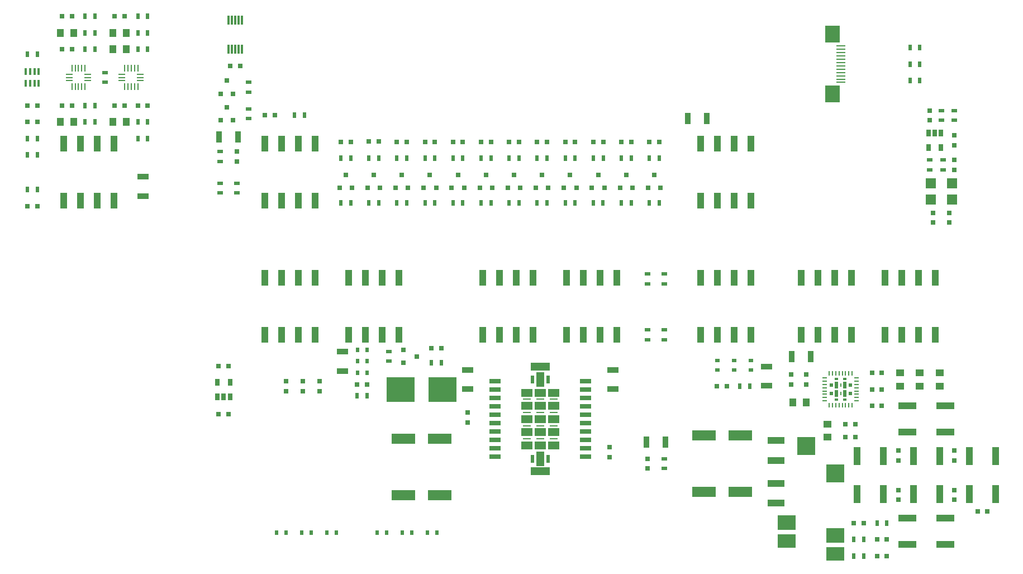
<source format=gtp>
G04 #@! TF.FileFunction,Paste,Top*
%FSLAX46Y46*%
G04 Gerber Fmt 4.6, Leading zero omitted, Abs format (unit mm)*
G04 Created by KiCad (PCBNEW 4.0.2-stable) date Sunday, August 14, 2016 'AMt' 01:06:14 AM*
%MOMM*%
G01*
G04 APERTURE LIST*
%ADD10C,0.100000*%
%ADD11R,1.120000X2.440000*%
%ADD12R,1.700000X0.900000*%
%ADD13R,0.295000X1.000000*%
%ADD14R,1.000000X0.295000*%
%ADD15R,0.500000X0.900000*%
%ADD16R,2.800000X2.000000*%
%ADD17R,2.800000X2.200000*%
%ADD18R,2.800000X2.800000*%
%ADD19R,2.750000X1.000000*%
%ADD20R,3.599180X1.600200*%
%ADD21R,0.750000X0.800000*%
%ADD22R,0.800000X0.750000*%
%ADD23R,0.797560X0.797560*%
%ADD24R,0.700000X0.600000*%
%ADD25R,0.600000X0.700000*%
%ADD26R,0.800100X0.800100*%
%ADD27R,0.900000X0.500000*%
%ADD28R,1.000000X2.750000*%
%ADD29R,0.650000X1.060000*%
%ADD30R,0.300000X1.400000*%
%ADD31R,1.000000X1.250000*%
%ADD32R,1.250000X1.000000*%
%ADD33R,0.445000X1.000000*%
%ADD34R,0.700000X0.250000*%
%ADD35R,0.250000X0.700000*%
%ADD36R,0.538800X0.996000*%
%ADD37R,0.576600X0.538800*%
%ADD38R,0.538800X0.348000*%
%ADD39R,0.203200X0.538800*%
%ADD40R,1.700000X0.700000*%
%ADD41R,1.746000X1.288800*%
%ADD42R,1.288800X0.203200*%
%ADD43R,1.288800X2.203200*%
%ADD44R,0.601600X1.288800*%
%ADD45R,3.000000X1.144400*%
%ADD46R,0.900000X1.700000*%
%ADD47R,4.240000X3.810000*%
%ADD48R,2.500000X1.000000*%
%ADD49R,1.500000X1.500000*%
%ADD50R,1.400000X0.295000*%
%ADD51R,2.300000X2.650000*%
G04 APERTURE END LIST*
D10*
D11*
X112865000Y43370000D03*
X110325000Y43370000D03*
X107785000Y43370000D03*
X105245000Y43370000D03*
X105245000Y34750000D03*
X107785000Y34750000D03*
X110325000Y34750000D03*
X112865000Y34750000D03*
D12*
X51000000Y32200000D03*
X51000000Y29300000D03*
D13*
X10000000Y75150000D03*
X10500000Y75150000D03*
X11000000Y75150000D03*
X11500000Y75150000D03*
X12000000Y72350000D03*
D14*
X12400000Y74250000D03*
X12400000Y73750000D03*
X9600000Y73250000D03*
D13*
X12000000Y75150000D03*
D14*
X12400000Y73250000D03*
D13*
X11500000Y72350000D03*
X11000000Y72350000D03*
X10500000Y72350000D03*
X10000000Y72350000D03*
D14*
X9600000Y73750000D03*
X9600000Y74250000D03*
D15*
X20000000Y80500000D03*
X21500000Y80500000D03*
X20000000Y83000000D03*
X21500000Y83000000D03*
D16*
X118300000Y3500000D03*
X125700000Y1600000D03*
D17*
X118300000Y6300000D03*
X125700000Y4400000D03*
D18*
X125700000Y13800000D03*
X121250000Y17900000D03*
D19*
X136625000Y20000000D03*
X142375000Y20000000D03*
X142375000Y24000000D03*
X136625000Y24000000D03*
D11*
X92545000Y43370000D03*
X90005000Y43370000D03*
X87465000Y43370000D03*
X84925000Y43370000D03*
X84925000Y34750000D03*
X87465000Y34750000D03*
X90005000Y34750000D03*
X92545000Y34750000D03*
D20*
X65750820Y10500000D03*
X60249180Y10500000D03*
D21*
X121250000Y28750000D03*
X121250000Y27250000D03*
D22*
X33750000Y22750000D03*
X32250000Y22750000D03*
X32250000Y30000000D03*
X33750000Y30000000D03*
X34000000Y75500000D03*
X35500000Y75500000D03*
X16500000Y83000000D03*
X18000000Y83000000D03*
X16500000Y69500000D03*
X18000000Y69500000D03*
X4750000Y69500000D03*
X3250000Y69500000D03*
X3250000Y67000000D03*
X4750000Y67000000D03*
D21*
X91500000Y17750000D03*
X91500000Y16250000D03*
X70000000Y21500000D03*
X70000000Y23000000D03*
X47500000Y26250000D03*
X47500000Y27750000D03*
X45000000Y26250000D03*
X45000000Y27750000D03*
X42500000Y26250000D03*
X42500000Y27750000D03*
X143000000Y51750000D03*
X143000000Y53250000D03*
X140500000Y51750000D03*
X140500000Y53250000D03*
X119000000Y28750000D03*
X119000000Y27250000D03*
D22*
X128750000Y19250000D03*
X127250000Y19250000D03*
X128750000Y21250000D03*
X127250000Y21250000D03*
X132000000Y3750000D03*
X133500000Y3750000D03*
X131250000Y26500000D03*
X132750000Y26500000D03*
X128500000Y6250000D03*
X130000000Y6250000D03*
X131250000Y24000000D03*
X132750000Y24000000D03*
X131250000Y29000000D03*
X132750000Y29000000D03*
D21*
X135250000Y11250000D03*
X135250000Y9750000D03*
X143750000Y17250000D03*
X143750000Y15750000D03*
X135250000Y15750000D03*
X135250000Y17250000D03*
X143750000Y9750000D03*
X143750000Y11250000D03*
D22*
X147250000Y8000000D03*
X148750000Y8000000D03*
D23*
X35000000Y62499300D03*
X35000000Y61000700D03*
X3250700Y54250000D03*
X4749300Y54250000D03*
X97250000Y15999300D03*
X97250000Y14500700D03*
X90549300Y64000000D03*
X89050700Y64000000D03*
X86249300Y64000000D03*
X84750700Y64000000D03*
X81999300Y64000000D03*
X80500700Y64000000D03*
X77749300Y64000000D03*
X76250700Y64000000D03*
X98999300Y64000000D03*
X97500700Y64000000D03*
X94749300Y64000000D03*
X93250700Y64000000D03*
X52249300Y64000000D03*
X50750700Y64000000D03*
X56499300Y64050000D03*
X55000700Y64050000D03*
X107750700Y27000000D03*
X109249300Y27000000D03*
D24*
X112865000Y30870000D03*
X112865000Y29470000D03*
X110325000Y30870000D03*
X110325000Y29470000D03*
X107785000Y30870000D03*
X107785000Y29470000D03*
D23*
X60749300Y64000000D03*
X59250700Y64000000D03*
X53250700Y27250000D03*
X54749300Y27250000D03*
X64999300Y64000000D03*
X63500700Y64000000D03*
X69249300Y64000000D03*
X67750700Y64000000D03*
D25*
X48665000Y4770000D03*
X50065000Y4770000D03*
X44855000Y4770000D03*
X46255000Y4770000D03*
X41045000Y4770000D03*
X42445000Y4770000D03*
X63905000Y4770000D03*
X65305000Y4770000D03*
X60095000Y4770000D03*
X61495000Y4770000D03*
X56285000Y4770000D03*
X57685000Y4770000D03*
X54700000Y29000000D03*
X53300000Y29000000D03*
X54700000Y30750000D03*
X53300000Y30750000D03*
X54700000Y32500000D03*
X53300000Y32500000D03*
D23*
X73499300Y64000000D03*
X72000700Y64000000D03*
X64500700Y32750000D03*
X65999300Y32750000D03*
X133499300Y1250000D03*
X132000700Y1250000D03*
X40749300Y68000000D03*
X39250700Y68000000D03*
D26*
X88800000Y56999240D03*
X90700000Y56999240D03*
X89750000Y58998220D03*
X84550000Y56999240D03*
X86450000Y56999240D03*
X85500000Y58998220D03*
X80300000Y56999240D03*
X82200000Y56999240D03*
X81250000Y58998220D03*
X76050000Y56999240D03*
X77950000Y56999240D03*
X77000000Y58998220D03*
X97300000Y56999240D03*
X99200000Y56999240D03*
X98250000Y58998220D03*
X93050000Y56999240D03*
X94950000Y56999240D03*
X94000000Y58998220D03*
X50550000Y56999240D03*
X52450000Y56999240D03*
X51500000Y58998220D03*
X54800000Y56999240D03*
X56700000Y56999240D03*
X55750000Y58998220D03*
X59050000Y56999240D03*
X60950000Y56999240D03*
X60000000Y58998220D03*
X63300000Y56999240D03*
X65200000Y56999240D03*
X64250000Y58998220D03*
X67550000Y56999240D03*
X69450000Y56999240D03*
X68500000Y58998220D03*
X71800000Y56999240D03*
X73700000Y56999240D03*
X72750000Y58998220D03*
X60249240Y32450000D03*
X60249240Y30550000D03*
X62248220Y31500000D03*
D27*
X35000000Y56250000D03*
X35000000Y57750000D03*
X32500000Y56250000D03*
X32500000Y57750000D03*
D15*
X45250000Y68000000D03*
X43750000Y68000000D03*
D27*
X32500000Y61000000D03*
X32500000Y62500000D03*
D15*
X137000000Y73250000D03*
X138500000Y73250000D03*
X137000000Y75750000D03*
X138500000Y75750000D03*
X137000000Y78250000D03*
X138500000Y78250000D03*
X4750000Y56750000D03*
X3250000Y56750000D03*
D27*
X99750000Y42500000D03*
X99750000Y44000000D03*
X97250000Y42500000D03*
X97250000Y44000000D03*
D15*
X89000000Y54750000D03*
X90500000Y54750000D03*
X84750000Y54750000D03*
X86250000Y54750000D03*
X89050000Y61500000D03*
X90550000Y61500000D03*
X84750000Y61500000D03*
X86250000Y61500000D03*
D27*
X99750000Y14500000D03*
X99750000Y16000000D03*
X97250000Y34000000D03*
X97250000Y35500000D03*
X99750000Y34000000D03*
X99750000Y35500000D03*
D15*
X80500000Y54750000D03*
X82000000Y54750000D03*
X76250000Y54750000D03*
X77750000Y54750000D03*
X80500000Y61500000D03*
X82000000Y61500000D03*
X76250000Y61500000D03*
X77750000Y61500000D03*
D12*
X92000000Y26550000D03*
X92000000Y29450000D03*
X70000000Y26550000D03*
X70000000Y29450000D03*
D15*
X97500000Y54750000D03*
X99000000Y54750000D03*
X93250000Y54750000D03*
X94750000Y54750000D03*
X97500000Y61500000D03*
X99000000Y61500000D03*
X93250000Y61500000D03*
X94750000Y61500000D03*
X50750000Y54750000D03*
X52250000Y54750000D03*
X55000000Y54750000D03*
X56500000Y54750000D03*
X50750000Y61500000D03*
X52250000Y61500000D03*
X55000000Y61500000D03*
X56500000Y61500000D03*
X111250000Y27000000D03*
X112750000Y27000000D03*
X59250000Y54750000D03*
X60750000Y54750000D03*
X59250000Y61500000D03*
X60750000Y61500000D03*
X54750000Y25500000D03*
X53250000Y25500000D03*
X63500000Y54750000D03*
X65000000Y54750000D03*
X67750000Y54750000D03*
X69250000Y54750000D03*
X63500000Y61500000D03*
X65000000Y61500000D03*
X67750000Y61500000D03*
X69250000Y61500000D03*
X72000000Y54750000D03*
X73500000Y54750000D03*
D27*
X58000000Y30750000D03*
X58000000Y32250000D03*
D15*
X72000000Y61500000D03*
X73500000Y61500000D03*
X66000000Y30500000D03*
X64500000Y30500000D03*
X128500000Y1250000D03*
X130000000Y1250000D03*
X130000000Y3750000D03*
X128500000Y3750000D03*
X133500000Y6250000D03*
X132000000Y6250000D03*
D11*
X46825000Y63690000D03*
X44285000Y63690000D03*
X41745000Y63690000D03*
X39205000Y63690000D03*
X39205000Y55070000D03*
X41745000Y55070000D03*
X44285000Y55070000D03*
X46825000Y55070000D03*
X105245000Y55070000D03*
X107785000Y55070000D03*
X110325000Y55070000D03*
X112865000Y55070000D03*
X112865000Y63690000D03*
X110325000Y63690000D03*
X107785000Y63690000D03*
X105245000Y63690000D03*
X16345000Y63690000D03*
X13805000Y63690000D03*
X11265000Y63690000D03*
X8725000Y63690000D03*
X8725000Y55070000D03*
X11265000Y55070000D03*
X13805000Y55070000D03*
X16345000Y55070000D03*
X79845000Y43370000D03*
X77305000Y43370000D03*
X74765000Y43370000D03*
X72225000Y43370000D03*
X72225000Y34750000D03*
X74765000Y34750000D03*
X77305000Y34750000D03*
X79845000Y34750000D03*
X46825000Y43370000D03*
X44285000Y43370000D03*
X41745000Y43370000D03*
X39205000Y43370000D03*
X39205000Y34750000D03*
X41745000Y34750000D03*
X44285000Y34750000D03*
X46825000Y34750000D03*
X59525000Y43370000D03*
X56985000Y43370000D03*
X54445000Y43370000D03*
X51905000Y43370000D03*
X51905000Y34750000D03*
X54445000Y34750000D03*
X56985000Y34750000D03*
X59525000Y34750000D03*
X128105000Y43370000D03*
X125565000Y43370000D03*
X123025000Y43370000D03*
X120485000Y43370000D03*
X120485000Y34750000D03*
X123025000Y34750000D03*
X125565000Y34750000D03*
X128105000Y34750000D03*
X140805000Y43370000D03*
X138265000Y43370000D03*
X135725000Y43370000D03*
X133185000Y43370000D03*
X133185000Y34750000D03*
X135725000Y34750000D03*
X138265000Y34750000D03*
X140805000Y34750000D03*
D28*
X133000000Y10625000D03*
X133000000Y16375000D03*
X129000000Y16375000D03*
X129000000Y10625000D03*
X137500000Y16375000D03*
X137500000Y10625000D03*
X141500000Y10625000D03*
X141500000Y16375000D03*
D19*
X142375000Y7000000D03*
X136625000Y7000000D03*
X136625000Y3000000D03*
X142375000Y3000000D03*
D28*
X146000000Y16375000D03*
X146000000Y10625000D03*
X150000000Y10625000D03*
X150000000Y16375000D03*
D29*
X32050000Y25400000D03*
X33000000Y25400000D03*
X33950000Y25400000D03*
X33950000Y27600000D03*
X32050000Y27600000D03*
D30*
X33750000Y78050000D03*
X34250000Y78050000D03*
X34750000Y78050000D03*
X35250000Y78050000D03*
X35750000Y78050000D03*
X35750000Y82450000D03*
X35250000Y82450000D03*
X34750000Y82450000D03*
X34250000Y82450000D03*
X33750000Y82450000D03*
D20*
X65750820Y19000000D03*
X60249180Y19000000D03*
X111250820Y11000000D03*
X105749180Y11000000D03*
X111250820Y19500000D03*
X105749180Y19500000D03*
D31*
X16250000Y80500000D03*
X18250000Y80500000D03*
X121250000Y24500000D03*
X119250000Y24500000D03*
D32*
X124500000Y21250000D03*
X124500000Y19250000D03*
X138500000Y27000000D03*
X138500000Y29000000D03*
X141500000Y27000000D03*
X141500000Y29000000D03*
X135500000Y27000000D03*
X135500000Y29000000D03*
D31*
X16250000Y67000000D03*
X18250000Y67000000D03*
X8250000Y80500000D03*
X10250000Y80500000D03*
X8250000Y67000000D03*
X10250000Y67000000D03*
D22*
X8500000Y78000000D03*
X10000000Y78000000D03*
X8500000Y69500000D03*
X10000000Y69500000D03*
X8500000Y83000000D03*
X10000000Y83000000D03*
X20000000Y69500000D03*
X21500000Y69500000D03*
D26*
X32550000Y67249240D03*
X34450000Y67249240D03*
X33500000Y69248220D03*
X32550000Y71249240D03*
X34450000Y71249240D03*
X33500000Y73248220D03*
D27*
X36750000Y67500000D03*
X36750000Y69000000D03*
X36750000Y71500000D03*
X36750000Y73000000D03*
D15*
X4750000Y77250000D03*
X3250000Y77250000D03*
X4750000Y64500000D03*
X3250000Y64500000D03*
X3250000Y62000000D03*
X4750000Y62000000D03*
X13500000Y78000000D03*
X12000000Y78000000D03*
X13500000Y83000000D03*
X12000000Y83000000D03*
X20000000Y78000000D03*
X21500000Y78000000D03*
D27*
X15000000Y74500000D03*
X15000000Y73000000D03*
D15*
X13500000Y80500000D03*
X12000000Y80500000D03*
X20000000Y64500000D03*
X21500000Y64500000D03*
X21500000Y67000000D03*
X20000000Y67000000D03*
X13500000Y69500000D03*
X12000000Y69500000D03*
X12000000Y67000000D03*
X13500000Y67000000D03*
D33*
X3025000Y74650000D03*
X3675000Y74650000D03*
X4325000Y74650000D03*
X4975000Y74650000D03*
X3025000Y72850000D03*
X3675000Y72850000D03*
X4325000Y72850000D03*
X4975000Y72850000D03*
D31*
X16250000Y78000000D03*
X18250000Y78000000D03*
D13*
X18000000Y75150000D03*
X18500000Y75150000D03*
X19000000Y75150000D03*
X19500000Y75150000D03*
X20000000Y72350000D03*
D14*
X20400000Y74250000D03*
X20400000Y73750000D03*
X17600000Y73250000D03*
D13*
X20000000Y75150000D03*
D14*
X20400000Y73250000D03*
D13*
X19500000Y72350000D03*
X19000000Y72350000D03*
X18500000Y72350000D03*
X18000000Y72350000D03*
D14*
X17600000Y73750000D03*
X17600000Y74250000D03*
D34*
X124100000Y28250000D03*
X124100000Y27750000D03*
X124100000Y27250000D03*
X124100000Y26750000D03*
X124100000Y26250000D03*
X124100000Y25750000D03*
X124100000Y25250000D03*
X124100000Y24750000D03*
D35*
X124750000Y24100000D03*
X125250000Y24100000D03*
X125750000Y24100000D03*
X126250000Y24100000D03*
X126750000Y24100000D03*
X127250000Y24100000D03*
X127750000Y24100000D03*
X128250000Y24100000D03*
D34*
X128900000Y24750000D03*
X128900000Y25250000D03*
X128900000Y25750000D03*
X128900000Y26250000D03*
X128900000Y26750000D03*
X128900000Y27250000D03*
X128900000Y27750000D03*
X128900000Y28250000D03*
D35*
X128250000Y28900000D03*
X127750000Y28900000D03*
X127250000Y28900000D03*
X126750000Y28900000D03*
X126250000Y28900000D03*
X125750000Y28900000D03*
X125250000Y28900000D03*
X124750000Y28900000D03*
D36*
X125875000Y27125000D03*
X125875000Y25875000D03*
X127125000Y27125000D03*
X127125000Y25875000D03*
D37*
X127936700Y27125000D03*
X127936700Y25875000D03*
X125063300Y25875000D03*
X125063300Y27125000D03*
D38*
X125875000Y24949000D03*
X127125000Y24949000D03*
X127125000Y28051000D03*
X125875000Y28051000D03*
D39*
X126500000Y25875000D03*
X126500000Y27125000D03*
D40*
X74140000Y27715000D03*
X74140000Y26445000D03*
X74140000Y25175000D03*
X74140000Y23905000D03*
X74140000Y22635000D03*
X74140000Y21365000D03*
X74140000Y20095000D03*
X74140000Y18825000D03*
X74140000Y17555000D03*
X74140000Y16285000D03*
X87840000Y16285000D03*
X87840000Y17555000D03*
X87840000Y18825000D03*
X87840000Y20095000D03*
X87840000Y21365000D03*
X87840000Y22635000D03*
X87840000Y23905000D03*
X87840000Y25175000D03*
X87840000Y26445000D03*
X87840000Y27715000D03*
D41*
X82990000Y26000000D03*
X82990000Y24000000D03*
X82990000Y22000000D03*
X82990000Y20000000D03*
X82990000Y18000000D03*
X80990000Y26000000D03*
X80990000Y24000000D03*
X80990000Y22000000D03*
X80990000Y20000000D03*
X80990000Y18000000D03*
X78990000Y26000000D03*
X78990000Y24000000D03*
X78990000Y22000000D03*
X78990000Y20000000D03*
X78990000Y18000000D03*
D42*
X82990000Y25000000D03*
X82990000Y23000000D03*
X82990000Y21000000D03*
X82990000Y19000000D03*
X80990000Y25000000D03*
X80990000Y23000000D03*
X80990000Y21000000D03*
X80990000Y19000000D03*
X78990000Y25000000D03*
X78990000Y23000000D03*
X78990000Y21000000D03*
X78990000Y19000000D03*
D43*
X80990000Y28000000D03*
X80990000Y16000000D03*
D44*
X79790800Y28000000D03*
X82189200Y28000000D03*
X82189200Y16000000D03*
X79790800Y16000000D03*
D45*
X80990000Y29927800D03*
X80990000Y14072200D03*
D46*
X35200000Y64750000D03*
X32300000Y64750000D03*
D47*
X59815000Y26500000D03*
X66185000Y26500000D03*
D12*
X115250000Y29950000D03*
X115250000Y27050000D03*
D46*
X121950000Y31500000D03*
X119050000Y31500000D03*
D48*
X116750000Y18750000D03*
X116750000Y15750000D03*
X116750000Y9250000D03*
X116750000Y12250000D03*
D49*
X143375000Y57750000D03*
X140125000Y57750000D03*
X140125000Y55250000D03*
X143375000Y55250000D03*
D21*
X140000000Y68750000D03*
X140000000Y67250000D03*
X143750000Y61250000D03*
X143750000Y59750000D03*
X143750000Y65000000D03*
X143750000Y63500000D03*
D46*
X103300000Y67500000D03*
X106200000Y67500000D03*
D12*
X20750000Y58700000D03*
X20750000Y55800000D03*
D46*
X99950000Y18500000D03*
X97050000Y18500000D03*
D27*
X141750000Y68750000D03*
X141750000Y67250000D03*
X143750000Y67250000D03*
X143750000Y68750000D03*
X142000000Y61250000D03*
X142000000Y59750000D03*
X140000000Y59750000D03*
X140000000Y61250000D03*
D29*
X141700000Y65350000D03*
X140750000Y65350000D03*
X139800000Y65350000D03*
X139800000Y63150000D03*
X141700000Y63150000D03*
D50*
X126500000Y78500000D03*
X126500000Y78000000D03*
X126500000Y77500000D03*
X126500000Y77000000D03*
X126500000Y76500000D03*
X126500000Y76000000D03*
X126500000Y75500000D03*
X126500000Y75000000D03*
X126500000Y74500000D03*
X126500000Y74000000D03*
X126500000Y73500000D03*
X126500000Y73000000D03*
D51*
X125250000Y80275000D03*
X125250000Y71225000D03*
M02*

</source>
